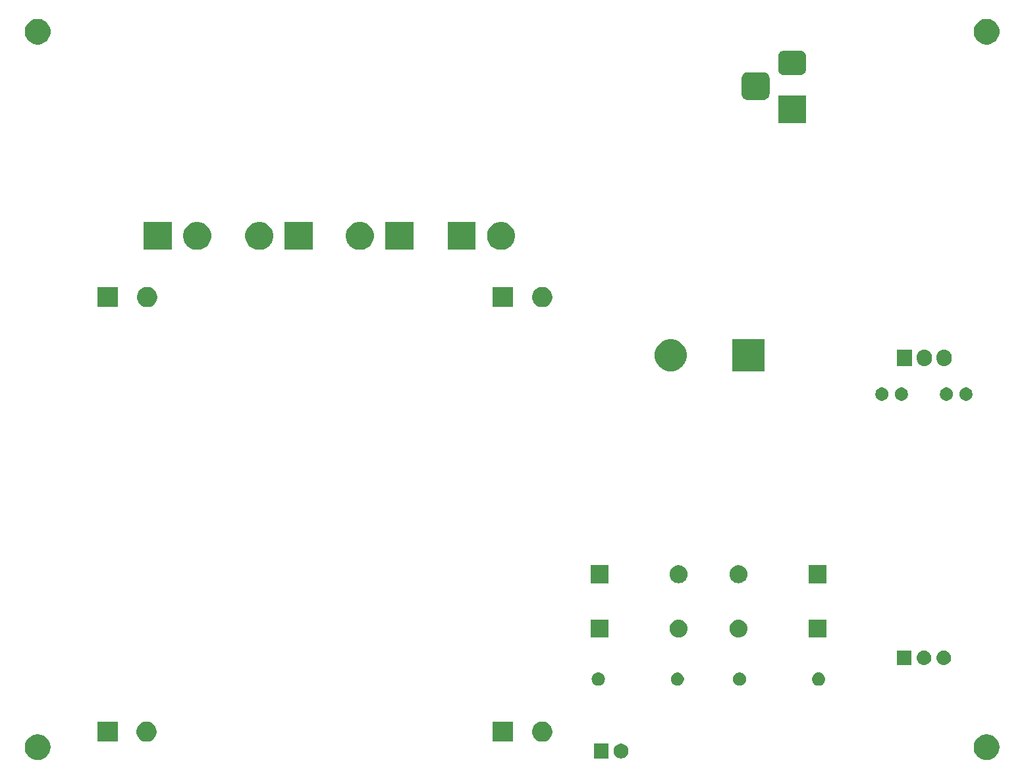
<source format=gbr>
G04 #@! TF.GenerationSoftware,KiCad,Pcbnew,(5.1.2)-1*
G04 #@! TF.CreationDate,2019-05-06T21:39:49-07:00*
G04 #@! TF.ProjectId,12v1a_psu,31327631-615f-4707-9375-2e6b69636164,rev?*
G04 #@! TF.SameCoordinates,Original*
G04 #@! TF.FileFunction,Soldermask,Bot*
G04 #@! TF.FilePolarity,Negative*
%FSLAX46Y46*%
G04 Gerber Fmt 4.6, Leading zero omitted, Abs format (unit mm)*
G04 Created by KiCad (PCBNEW (5.1.2)-1) date 2019-05-06 21:39:49*
%MOMM*%
%LPD*%
G04 APERTURE LIST*
%ADD10C,0.100000*%
G04 APERTURE END LIST*
D10*
G36*
X205315878Y-140379487D02*
G01*
X205481579Y-140412447D01*
X205782042Y-140536903D01*
X206052451Y-140717585D01*
X206282415Y-140947549D01*
X206463097Y-141217958D01*
X206587553Y-141518421D01*
X206600905Y-141585546D01*
X206651000Y-141837389D01*
X206651000Y-142162611D01*
X206639066Y-142222605D01*
X206587553Y-142481579D01*
X206499550Y-142694037D01*
X206465022Y-142777396D01*
X206463097Y-142782042D01*
X206282415Y-143052451D01*
X206052451Y-143282415D01*
X205782042Y-143463097D01*
X205481579Y-143587553D01*
X205375256Y-143608702D01*
X205162611Y-143651000D01*
X204837389Y-143651000D01*
X204624744Y-143608702D01*
X204518421Y-143587553D01*
X204217958Y-143463097D01*
X203947549Y-143282415D01*
X203717585Y-143052451D01*
X203536903Y-142782042D01*
X203534979Y-142777396D01*
X203500450Y-142694037D01*
X203412447Y-142481579D01*
X203360934Y-142222605D01*
X203349000Y-142162611D01*
X203349000Y-141837389D01*
X203399095Y-141585546D01*
X203412447Y-141518421D01*
X203536903Y-141217958D01*
X203717585Y-140947549D01*
X203947549Y-140717585D01*
X204217958Y-140536903D01*
X204518421Y-140412447D01*
X204684122Y-140379487D01*
X204837389Y-140349000D01*
X205162611Y-140349000D01*
X205315878Y-140379487D01*
X205315878Y-140379487D01*
G37*
G36*
X83315878Y-140379487D02*
G01*
X83481579Y-140412447D01*
X83782042Y-140536903D01*
X84052451Y-140717585D01*
X84282415Y-140947549D01*
X84463097Y-141217958D01*
X84587553Y-141518421D01*
X84600905Y-141585546D01*
X84651000Y-141837389D01*
X84651000Y-142162611D01*
X84639066Y-142222605D01*
X84587553Y-142481579D01*
X84499550Y-142694037D01*
X84465022Y-142777396D01*
X84463097Y-142782042D01*
X84282415Y-143052451D01*
X84052451Y-143282415D01*
X83782042Y-143463097D01*
X83481579Y-143587553D01*
X83375256Y-143608702D01*
X83162611Y-143651000D01*
X82837389Y-143651000D01*
X82624744Y-143608702D01*
X82518421Y-143587553D01*
X82217958Y-143463097D01*
X81947549Y-143282415D01*
X81717585Y-143052451D01*
X81536903Y-142782042D01*
X81534979Y-142777396D01*
X81500450Y-142694037D01*
X81412447Y-142481579D01*
X81360934Y-142222605D01*
X81349000Y-142162611D01*
X81349000Y-141837389D01*
X81399095Y-141585546D01*
X81412447Y-141518421D01*
X81536903Y-141217958D01*
X81717585Y-140947549D01*
X81947549Y-140717585D01*
X82217958Y-140536903D01*
X82518421Y-140412447D01*
X82684122Y-140379487D01*
X82837389Y-140349000D01*
X83162611Y-140349000D01*
X83315878Y-140379487D01*
X83315878Y-140379487D01*
G37*
G36*
X156411000Y-143451000D02*
G01*
X154509000Y-143451000D01*
X154509000Y-141549000D01*
X156411000Y-141549000D01*
X156411000Y-143451000D01*
X156411000Y-143451000D01*
G37*
G36*
X158277395Y-141585546D02*
G01*
X158450466Y-141657234D01*
X158450467Y-141657235D01*
X158606227Y-141761310D01*
X158738690Y-141893773D01*
X158738691Y-141893775D01*
X158842766Y-142049534D01*
X158914454Y-142222605D01*
X158951000Y-142406333D01*
X158951000Y-142593667D01*
X158914454Y-142777395D01*
X158842766Y-142950466D01*
X158842765Y-142950467D01*
X158738690Y-143106227D01*
X158606227Y-143238690D01*
X158540788Y-143282415D01*
X158450466Y-143342766D01*
X158277395Y-143414454D01*
X158093667Y-143451000D01*
X157906333Y-143451000D01*
X157722605Y-143414454D01*
X157549534Y-143342766D01*
X157459212Y-143282415D01*
X157393773Y-143238690D01*
X157261310Y-143106227D01*
X157157235Y-142950467D01*
X157157234Y-142950466D01*
X157085546Y-142777395D01*
X157049000Y-142593667D01*
X157049000Y-142406333D01*
X157085546Y-142222605D01*
X157157234Y-142049534D01*
X157261309Y-141893775D01*
X157261310Y-141893773D01*
X157393773Y-141761310D01*
X157549533Y-141657235D01*
X157549534Y-141657234D01*
X157722605Y-141585546D01*
X157906333Y-141549000D01*
X158093667Y-141549000D01*
X158277395Y-141585546D01*
X158277395Y-141585546D01*
G37*
G36*
X148259487Y-138748996D02*
G01*
X148496253Y-138847068D01*
X148496255Y-138847069D01*
X148709339Y-138989447D01*
X148890553Y-139170661D01*
X149032932Y-139383747D01*
X149131004Y-139620513D01*
X149181000Y-139871861D01*
X149181000Y-140128139D01*
X149131004Y-140379487D01*
X149117351Y-140412447D01*
X149032931Y-140616255D01*
X148890553Y-140829339D01*
X148709339Y-141010553D01*
X148496255Y-141152931D01*
X148496254Y-141152932D01*
X148496253Y-141152932D01*
X148259487Y-141251004D01*
X148008139Y-141301000D01*
X147751861Y-141301000D01*
X147500513Y-141251004D01*
X147263747Y-141152932D01*
X147263746Y-141152932D01*
X147263745Y-141152931D01*
X147050661Y-141010553D01*
X146869447Y-140829339D01*
X146727069Y-140616255D01*
X146642649Y-140412447D01*
X146628996Y-140379487D01*
X146579000Y-140128139D01*
X146579000Y-139871861D01*
X146628996Y-139620513D01*
X146727068Y-139383747D01*
X146869447Y-139170661D01*
X147050661Y-138989447D01*
X147263745Y-138847069D01*
X147263747Y-138847068D01*
X147500513Y-138748996D01*
X147751861Y-138699000D01*
X148008139Y-138699000D01*
X148259487Y-138748996D01*
X148259487Y-138748996D01*
G37*
G36*
X93301000Y-141301000D02*
G01*
X90699000Y-141301000D01*
X90699000Y-138699000D01*
X93301000Y-138699000D01*
X93301000Y-141301000D01*
X93301000Y-141301000D01*
G37*
G36*
X97379487Y-138748996D02*
G01*
X97616253Y-138847068D01*
X97616255Y-138847069D01*
X97829339Y-138989447D01*
X98010553Y-139170661D01*
X98152932Y-139383747D01*
X98251004Y-139620513D01*
X98301000Y-139871861D01*
X98301000Y-140128139D01*
X98251004Y-140379487D01*
X98237351Y-140412447D01*
X98152931Y-140616255D01*
X98010553Y-140829339D01*
X97829339Y-141010553D01*
X97616255Y-141152931D01*
X97616254Y-141152932D01*
X97616253Y-141152932D01*
X97379487Y-141251004D01*
X97128139Y-141301000D01*
X96871861Y-141301000D01*
X96620513Y-141251004D01*
X96383747Y-141152932D01*
X96383746Y-141152932D01*
X96383745Y-141152931D01*
X96170661Y-141010553D01*
X95989447Y-140829339D01*
X95847069Y-140616255D01*
X95762649Y-140412447D01*
X95748996Y-140379487D01*
X95699000Y-140128139D01*
X95699000Y-139871861D01*
X95748996Y-139620513D01*
X95847068Y-139383747D01*
X95989447Y-139170661D01*
X96170661Y-138989447D01*
X96383745Y-138847069D01*
X96383747Y-138847068D01*
X96620513Y-138748996D01*
X96871861Y-138699000D01*
X97128139Y-138699000D01*
X97379487Y-138748996D01*
X97379487Y-138748996D01*
G37*
G36*
X144101000Y-141301000D02*
G01*
X141499000Y-141301000D01*
X141499000Y-138699000D01*
X144101000Y-138699000D01*
X144101000Y-141301000D01*
X144101000Y-141301000D01*
G37*
G36*
X155256823Y-132411313D02*
G01*
X155417242Y-132459976D01*
X155484361Y-132495852D01*
X155565078Y-132538996D01*
X155694659Y-132645341D01*
X155801004Y-132774922D01*
X155801005Y-132774924D01*
X155880024Y-132922758D01*
X155928687Y-133083177D01*
X155945117Y-133250000D01*
X155928687Y-133416823D01*
X155880024Y-133577242D01*
X155839477Y-133653100D01*
X155801004Y-133725078D01*
X155694659Y-133854659D01*
X155565078Y-133961004D01*
X155565076Y-133961005D01*
X155417242Y-134040024D01*
X155256823Y-134088687D01*
X155131804Y-134101000D01*
X155048196Y-134101000D01*
X154923177Y-134088687D01*
X154762758Y-134040024D01*
X154614924Y-133961005D01*
X154614922Y-133961004D01*
X154485341Y-133854659D01*
X154378996Y-133725078D01*
X154340523Y-133653100D01*
X154299976Y-133577242D01*
X154251313Y-133416823D01*
X154234883Y-133250000D01*
X154251313Y-133083177D01*
X154299976Y-132922758D01*
X154378995Y-132774924D01*
X154378996Y-132774922D01*
X154485341Y-132645341D01*
X154614922Y-132538996D01*
X154695639Y-132495852D01*
X154762758Y-132459976D01*
X154923177Y-132411313D01*
X155048196Y-132399000D01*
X155131804Y-132399000D01*
X155256823Y-132411313D01*
X155256823Y-132411313D01*
G37*
G36*
X165498228Y-132431703D02*
G01*
X165653100Y-132495853D01*
X165792481Y-132588985D01*
X165911015Y-132707519D01*
X166004147Y-132846900D01*
X166068297Y-133001772D01*
X166101000Y-133166184D01*
X166101000Y-133333816D01*
X166068297Y-133498228D01*
X166004147Y-133653100D01*
X165911015Y-133792481D01*
X165792481Y-133911015D01*
X165653100Y-134004147D01*
X165498228Y-134068297D01*
X165333816Y-134101000D01*
X165166184Y-134101000D01*
X165001772Y-134068297D01*
X164846900Y-134004147D01*
X164707519Y-133911015D01*
X164588985Y-133792481D01*
X164495853Y-133653100D01*
X164431703Y-133498228D01*
X164399000Y-133333816D01*
X164399000Y-133166184D01*
X164431703Y-133001772D01*
X164495853Y-132846900D01*
X164588985Y-132707519D01*
X164707519Y-132588985D01*
X164846900Y-132495853D01*
X165001772Y-132431703D01*
X165166184Y-132399000D01*
X165333816Y-132399000D01*
X165498228Y-132431703D01*
X165498228Y-132431703D01*
G37*
G36*
X183576823Y-132411313D02*
G01*
X183737242Y-132459976D01*
X183804361Y-132495852D01*
X183885078Y-132538996D01*
X184014659Y-132645341D01*
X184121004Y-132774922D01*
X184121005Y-132774924D01*
X184200024Y-132922758D01*
X184248687Y-133083177D01*
X184265117Y-133250000D01*
X184248687Y-133416823D01*
X184200024Y-133577242D01*
X184159477Y-133653100D01*
X184121004Y-133725078D01*
X184014659Y-133854659D01*
X183885078Y-133961004D01*
X183885076Y-133961005D01*
X183737242Y-134040024D01*
X183576823Y-134088687D01*
X183451804Y-134101000D01*
X183368196Y-134101000D01*
X183243177Y-134088687D01*
X183082758Y-134040024D01*
X182934924Y-133961005D01*
X182934922Y-133961004D01*
X182805341Y-133854659D01*
X182698996Y-133725078D01*
X182660523Y-133653100D01*
X182619976Y-133577242D01*
X182571313Y-133416823D01*
X182554883Y-133250000D01*
X182571313Y-133083177D01*
X182619976Y-132922758D01*
X182698995Y-132774924D01*
X182698996Y-132774922D01*
X182805341Y-132645341D01*
X182934922Y-132538996D01*
X183015639Y-132495852D01*
X183082758Y-132459976D01*
X183243177Y-132411313D01*
X183368196Y-132399000D01*
X183451804Y-132399000D01*
X183576823Y-132411313D01*
X183576823Y-132411313D01*
G37*
G36*
X173498228Y-132431703D02*
G01*
X173653100Y-132495853D01*
X173792481Y-132588985D01*
X173911015Y-132707519D01*
X174004147Y-132846900D01*
X174068297Y-133001772D01*
X174101000Y-133166184D01*
X174101000Y-133333816D01*
X174068297Y-133498228D01*
X174004147Y-133653100D01*
X173911015Y-133792481D01*
X173792481Y-133911015D01*
X173653100Y-134004147D01*
X173498228Y-134068297D01*
X173333816Y-134101000D01*
X173166184Y-134101000D01*
X173001772Y-134068297D01*
X172846900Y-134004147D01*
X172707519Y-133911015D01*
X172588985Y-133792481D01*
X172495853Y-133653100D01*
X172431703Y-133498228D01*
X172399000Y-133333816D01*
X172399000Y-133166184D01*
X172431703Y-133001772D01*
X172495853Y-132846900D01*
X172588985Y-132707519D01*
X172707519Y-132588985D01*
X172846900Y-132495853D01*
X173001772Y-132431703D01*
X173166184Y-132399000D01*
X173333816Y-132399000D01*
X173498228Y-132431703D01*
X173498228Y-132431703D01*
G37*
G36*
X197146425Y-129562760D02*
G01*
X197146428Y-129562761D01*
X197146429Y-129562761D01*
X197325693Y-129617140D01*
X197325696Y-129617142D01*
X197325697Y-129617142D01*
X197490903Y-129705446D01*
X197635712Y-129824288D01*
X197754554Y-129969097D01*
X197842858Y-130134303D01*
X197842860Y-130134307D01*
X197897239Y-130313571D01*
X197897240Y-130313575D01*
X197915601Y-130500000D01*
X197897240Y-130686425D01*
X197897239Y-130686428D01*
X197897239Y-130686429D01*
X197842860Y-130865693D01*
X197842858Y-130865696D01*
X197842858Y-130865697D01*
X197754554Y-131030903D01*
X197635712Y-131175712D01*
X197490903Y-131294554D01*
X197325697Y-131382858D01*
X197325693Y-131382860D01*
X197146429Y-131437239D01*
X197146428Y-131437239D01*
X197146425Y-131437240D01*
X197006718Y-131451000D01*
X196913282Y-131451000D01*
X196773575Y-131437240D01*
X196773572Y-131437239D01*
X196773571Y-131437239D01*
X196594307Y-131382860D01*
X196594303Y-131382858D01*
X196429097Y-131294554D01*
X196284288Y-131175712D01*
X196165446Y-131030903D01*
X196077142Y-130865697D01*
X196077142Y-130865696D01*
X196077140Y-130865693D01*
X196022761Y-130686429D01*
X196022761Y-130686428D01*
X196022760Y-130686425D01*
X196004399Y-130500000D01*
X196022760Y-130313575D01*
X196022761Y-130313571D01*
X196077140Y-130134307D01*
X196077142Y-130134303D01*
X196165446Y-129969097D01*
X196284288Y-129824288D01*
X196429097Y-129705446D01*
X196594303Y-129617142D01*
X196594304Y-129617142D01*
X196594307Y-129617140D01*
X196773571Y-129562761D01*
X196773572Y-129562761D01*
X196773575Y-129562760D01*
X196913282Y-129549000D01*
X197006718Y-129549000D01*
X197146425Y-129562760D01*
X197146425Y-129562760D01*
G37*
G36*
X199686425Y-129562760D02*
G01*
X199686428Y-129562761D01*
X199686429Y-129562761D01*
X199865693Y-129617140D01*
X199865696Y-129617142D01*
X199865697Y-129617142D01*
X200030903Y-129705446D01*
X200175712Y-129824288D01*
X200294554Y-129969097D01*
X200382858Y-130134303D01*
X200382860Y-130134307D01*
X200437239Y-130313571D01*
X200437240Y-130313575D01*
X200455601Y-130500000D01*
X200437240Y-130686425D01*
X200437239Y-130686428D01*
X200437239Y-130686429D01*
X200382860Y-130865693D01*
X200382858Y-130865696D01*
X200382858Y-130865697D01*
X200294554Y-131030903D01*
X200175712Y-131175712D01*
X200030903Y-131294554D01*
X199865697Y-131382858D01*
X199865693Y-131382860D01*
X199686429Y-131437239D01*
X199686428Y-131437239D01*
X199686425Y-131437240D01*
X199546718Y-131451000D01*
X199453282Y-131451000D01*
X199313575Y-131437240D01*
X199313572Y-131437239D01*
X199313571Y-131437239D01*
X199134307Y-131382860D01*
X199134303Y-131382858D01*
X198969097Y-131294554D01*
X198824288Y-131175712D01*
X198705446Y-131030903D01*
X198617142Y-130865697D01*
X198617142Y-130865696D01*
X198617140Y-130865693D01*
X198562761Y-130686429D01*
X198562761Y-130686428D01*
X198562760Y-130686425D01*
X198544399Y-130500000D01*
X198562760Y-130313575D01*
X198562761Y-130313571D01*
X198617140Y-130134307D01*
X198617142Y-130134303D01*
X198705446Y-129969097D01*
X198824288Y-129824288D01*
X198969097Y-129705446D01*
X199134303Y-129617142D01*
X199134304Y-129617142D01*
X199134307Y-129617140D01*
X199313571Y-129562761D01*
X199313572Y-129562761D01*
X199313575Y-129562760D01*
X199453282Y-129549000D01*
X199546718Y-129549000D01*
X199686425Y-129562760D01*
X199686425Y-129562760D01*
G37*
G36*
X195371000Y-131451000D02*
G01*
X193469000Y-131451000D01*
X193469000Y-129549000D01*
X195371000Y-129549000D01*
X195371000Y-131451000D01*
X195371000Y-131451000D01*
G37*
G36*
X156401000Y-127901000D02*
G01*
X154099000Y-127901000D01*
X154099000Y-125599000D01*
X156401000Y-125599000D01*
X156401000Y-127901000D01*
X156401000Y-127901000D01*
G37*
G36*
X165579271Y-125610103D02*
G01*
X165635635Y-125615654D01*
X165852600Y-125681470D01*
X165852602Y-125681471D01*
X166052555Y-125788347D01*
X166227818Y-125932182D01*
X166371653Y-126107445D01*
X166478529Y-126307398D01*
X166544346Y-126524366D01*
X166566569Y-126750000D01*
X166544346Y-126975634D01*
X166478529Y-127192602D01*
X166371653Y-127392555D01*
X166227818Y-127567818D01*
X166052555Y-127711653D01*
X165852602Y-127818529D01*
X165852600Y-127818530D01*
X165635635Y-127884346D01*
X165579271Y-127889897D01*
X165466545Y-127901000D01*
X165353455Y-127901000D01*
X165240729Y-127889897D01*
X165184365Y-127884346D01*
X164967400Y-127818530D01*
X164967398Y-127818529D01*
X164767445Y-127711653D01*
X164592182Y-127567818D01*
X164448347Y-127392555D01*
X164341471Y-127192602D01*
X164275654Y-126975634D01*
X164253431Y-126750000D01*
X164275654Y-126524366D01*
X164341471Y-126307398D01*
X164448347Y-126107445D01*
X164592182Y-125932182D01*
X164767445Y-125788347D01*
X164967398Y-125681471D01*
X164967400Y-125681470D01*
X165184365Y-125615654D01*
X165240729Y-125610103D01*
X165353455Y-125599000D01*
X165466545Y-125599000D01*
X165579271Y-125610103D01*
X165579271Y-125610103D01*
G37*
G36*
X173259271Y-125610103D02*
G01*
X173315635Y-125615654D01*
X173532600Y-125681470D01*
X173532602Y-125681471D01*
X173732555Y-125788347D01*
X173907818Y-125932182D01*
X174051653Y-126107445D01*
X174158529Y-126307398D01*
X174224346Y-126524366D01*
X174246569Y-126750000D01*
X174224346Y-126975634D01*
X174158529Y-127192602D01*
X174051653Y-127392555D01*
X173907818Y-127567818D01*
X173732555Y-127711653D01*
X173532602Y-127818529D01*
X173532600Y-127818530D01*
X173315635Y-127884346D01*
X173259271Y-127889897D01*
X173146545Y-127901000D01*
X173033455Y-127901000D01*
X172920729Y-127889897D01*
X172864365Y-127884346D01*
X172647400Y-127818530D01*
X172647398Y-127818529D01*
X172447445Y-127711653D01*
X172272182Y-127567818D01*
X172128347Y-127392555D01*
X172021471Y-127192602D01*
X171955654Y-126975634D01*
X171933431Y-126750000D01*
X171955654Y-126524366D01*
X172021471Y-126307398D01*
X172128347Y-126107445D01*
X172272182Y-125932182D01*
X172447445Y-125788347D01*
X172647398Y-125681471D01*
X172647400Y-125681470D01*
X172864365Y-125615654D01*
X172920729Y-125610103D01*
X173033455Y-125599000D01*
X173146545Y-125599000D01*
X173259271Y-125610103D01*
X173259271Y-125610103D01*
G37*
G36*
X184401000Y-127901000D02*
G01*
X182099000Y-127901000D01*
X182099000Y-125599000D01*
X184401000Y-125599000D01*
X184401000Y-127901000D01*
X184401000Y-127901000D01*
G37*
G36*
X165579271Y-118610103D02*
G01*
X165635635Y-118615654D01*
X165852600Y-118681470D01*
X165852602Y-118681471D01*
X166052555Y-118788347D01*
X166227818Y-118932182D01*
X166371653Y-119107445D01*
X166478529Y-119307398D01*
X166544346Y-119524366D01*
X166566569Y-119750000D01*
X166544346Y-119975634D01*
X166478529Y-120192602D01*
X166371653Y-120392555D01*
X166227818Y-120567818D01*
X166052555Y-120711653D01*
X165852602Y-120818529D01*
X165852600Y-120818530D01*
X165635635Y-120884346D01*
X165579271Y-120889897D01*
X165466545Y-120901000D01*
X165353455Y-120901000D01*
X165240729Y-120889897D01*
X165184365Y-120884346D01*
X164967400Y-120818530D01*
X164967398Y-120818529D01*
X164767445Y-120711653D01*
X164592182Y-120567818D01*
X164448347Y-120392555D01*
X164341471Y-120192602D01*
X164275654Y-119975634D01*
X164253431Y-119750000D01*
X164275654Y-119524366D01*
X164341471Y-119307398D01*
X164448347Y-119107445D01*
X164592182Y-118932182D01*
X164767445Y-118788347D01*
X164967398Y-118681471D01*
X164967400Y-118681470D01*
X165184365Y-118615654D01*
X165240729Y-118610103D01*
X165353455Y-118599000D01*
X165466545Y-118599000D01*
X165579271Y-118610103D01*
X165579271Y-118610103D01*
G37*
G36*
X173259271Y-118610103D02*
G01*
X173315635Y-118615654D01*
X173532600Y-118681470D01*
X173532602Y-118681471D01*
X173732555Y-118788347D01*
X173907818Y-118932182D01*
X174051653Y-119107445D01*
X174158529Y-119307398D01*
X174224346Y-119524366D01*
X174246569Y-119750000D01*
X174224346Y-119975634D01*
X174158529Y-120192602D01*
X174051653Y-120392555D01*
X173907818Y-120567818D01*
X173732555Y-120711653D01*
X173532602Y-120818529D01*
X173532600Y-120818530D01*
X173315635Y-120884346D01*
X173259271Y-120889897D01*
X173146545Y-120901000D01*
X173033455Y-120901000D01*
X172920729Y-120889897D01*
X172864365Y-120884346D01*
X172647400Y-120818530D01*
X172647398Y-120818529D01*
X172447445Y-120711653D01*
X172272182Y-120567818D01*
X172128347Y-120392555D01*
X172021471Y-120192602D01*
X171955654Y-119975634D01*
X171933431Y-119750000D01*
X171955654Y-119524366D01*
X172021471Y-119307398D01*
X172128347Y-119107445D01*
X172272182Y-118932182D01*
X172447445Y-118788347D01*
X172647398Y-118681471D01*
X172647400Y-118681470D01*
X172864365Y-118615654D01*
X172920729Y-118610103D01*
X173033455Y-118599000D01*
X173146545Y-118599000D01*
X173259271Y-118610103D01*
X173259271Y-118610103D01*
G37*
G36*
X156401000Y-120901000D02*
G01*
X154099000Y-120901000D01*
X154099000Y-118599000D01*
X156401000Y-118599000D01*
X156401000Y-120901000D01*
X156401000Y-120901000D01*
G37*
G36*
X184401000Y-120901000D02*
G01*
X182099000Y-120901000D01*
X182099000Y-118599000D01*
X184401000Y-118599000D01*
X184401000Y-120901000D01*
X184401000Y-120901000D01*
G37*
G36*
X194298228Y-95781703D02*
G01*
X194453100Y-95845853D01*
X194592481Y-95938985D01*
X194711015Y-96057519D01*
X194804147Y-96196900D01*
X194868297Y-96351772D01*
X194901000Y-96516184D01*
X194901000Y-96683816D01*
X194868297Y-96848228D01*
X194804147Y-97003100D01*
X194711015Y-97142481D01*
X194592481Y-97261015D01*
X194453100Y-97354147D01*
X194298228Y-97418297D01*
X194133816Y-97451000D01*
X193966184Y-97451000D01*
X193801772Y-97418297D01*
X193646900Y-97354147D01*
X193507519Y-97261015D01*
X193388985Y-97142481D01*
X193295853Y-97003100D01*
X193231703Y-96848228D01*
X193199000Y-96683816D01*
X193199000Y-96516184D01*
X193231703Y-96351772D01*
X193295853Y-96196900D01*
X193388985Y-96057519D01*
X193507519Y-95938985D01*
X193646900Y-95845853D01*
X193801772Y-95781703D01*
X193966184Y-95749000D01*
X194133816Y-95749000D01*
X194298228Y-95781703D01*
X194298228Y-95781703D01*
G37*
G36*
X202598228Y-95781703D02*
G01*
X202753100Y-95845853D01*
X202892481Y-95938985D01*
X203011015Y-96057519D01*
X203104147Y-96196900D01*
X203168297Y-96351772D01*
X203201000Y-96516184D01*
X203201000Y-96683816D01*
X203168297Y-96848228D01*
X203104147Y-97003100D01*
X203011015Y-97142481D01*
X202892481Y-97261015D01*
X202753100Y-97354147D01*
X202598228Y-97418297D01*
X202433816Y-97451000D01*
X202266184Y-97451000D01*
X202101772Y-97418297D01*
X201946900Y-97354147D01*
X201807519Y-97261015D01*
X201688985Y-97142481D01*
X201595853Y-97003100D01*
X201531703Y-96848228D01*
X201499000Y-96683816D01*
X201499000Y-96516184D01*
X201531703Y-96351772D01*
X201595853Y-96196900D01*
X201688985Y-96057519D01*
X201807519Y-95938985D01*
X201946900Y-95845853D01*
X202101772Y-95781703D01*
X202266184Y-95749000D01*
X202433816Y-95749000D01*
X202598228Y-95781703D01*
X202598228Y-95781703D01*
G37*
G36*
X191798228Y-95781703D02*
G01*
X191953100Y-95845853D01*
X192092481Y-95938985D01*
X192211015Y-96057519D01*
X192304147Y-96196900D01*
X192368297Y-96351772D01*
X192401000Y-96516184D01*
X192401000Y-96683816D01*
X192368297Y-96848228D01*
X192304147Y-97003100D01*
X192211015Y-97142481D01*
X192092481Y-97261015D01*
X191953100Y-97354147D01*
X191798228Y-97418297D01*
X191633816Y-97451000D01*
X191466184Y-97451000D01*
X191301772Y-97418297D01*
X191146900Y-97354147D01*
X191007519Y-97261015D01*
X190888985Y-97142481D01*
X190795853Y-97003100D01*
X190731703Y-96848228D01*
X190699000Y-96683816D01*
X190699000Y-96516184D01*
X190731703Y-96351772D01*
X190795853Y-96196900D01*
X190888985Y-96057519D01*
X191007519Y-95938985D01*
X191146900Y-95845853D01*
X191301772Y-95781703D01*
X191466184Y-95749000D01*
X191633816Y-95749000D01*
X191798228Y-95781703D01*
X191798228Y-95781703D01*
G37*
G36*
X200098228Y-95781703D02*
G01*
X200253100Y-95845853D01*
X200392481Y-95938985D01*
X200511015Y-96057519D01*
X200604147Y-96196900D01*
X200668297Y-96351772D01*
X200701000Y-96516184D01*
X200701000Y-96683816D01*
X200668297Y-96848228D01*
X200604147Y-97003100D01*
X200511015Y-97142481D01*
X200392481Y-97261015D01*
X200253100Y-97354147D01*
X200098228Y-97418297D01*
X199933816Y-97451000D01*
X199766184Y-97451000D01*
X199601772Y-97418297D01*
X199446900Y-97354147D01*
X199307519Y-97261015D01*
X199188985Y-97142481D01*
X199095853Y-97003100D01*
X199031703Y-96848228D01*
X198999000Y-96683816D01*
X198999000Y-96516184D01*
X199031703Y-96351772D01*
X199095853Y-96196900D01*
X199188985Y-96057519D01*
X199307519Y-95938985D01*
X199446900Y-95845853D01*
X199601772Y-95781703D01*
X199766184Y-95749000D01*
X199933816Y-95749000D01*
X200098228Y-95781703D01*
X200098228Y-95781703D01*
G37*
G36*
X164998254Y-89627818D02*
G01*
X165371511Y-89782426D01*
X165371513Y-89782427D01*
X165707436Y-90006884D01*
X165993116Y-90292564D01*
X166217574Y-90628489D01*
X166372182Y-91001746D01*
X166451000Y-91397993D01*
X166451000Y-91802007D01*
X166372182Y-92198254D01*
X166303784Y-92363381D01*
X166217573Y-92571513D01*
X165993116Y-92907436D01*
X165707436Y-93193116D01*
X165371513Y-93417573D01*
X165371512Y-93417574D01*
X165371511Y-93417574D01*
X164998254Y-93572182D01*
X164602007Y-93651000D01*
X164197993Y-93651000D01*
X163801746Y-93572182D01*
X163428489Y-93417574D01*
X163428488Y-93417574D01*
X163428487Y-93417573D01*
X163092564Y-93193116D01*
X162806884Y-92907436D01*
X162582427Y-92571513D01*
X162496216Y-92363381D01*
X162427818Y-92198254D01*
X162349000Y-91802007D01*
X162349000Y-91397993D01*
X162427818Y-91001746D01*
X162582426Y-90628489D01*
X162806884Y-90292564D01*
X163092564Y-90006884D01*
X163428487Y-89782427D01*
X163428489Y-89782426D01*
X163801746Y-89627818D01*
X164197993Y-89549000D01*
X164602007Y-89549000D01*
X164998254Y-89627818D01*
X164998254Y-89627818D01*
G37*
G36*
X176451000Y-93651000D02*
G01*
X172349000Y-93651000D01*
X172349000Y-89549000D01*
X176451000Y-89549000D01*
X176451000Y-93651000D01*
X176451000Y-93651000D01*
G37*
G36*
X197192588Y-90893520D02*
G01*
X197381749Y-90950901D01*
X197381752Y-90950902D01*
X197474202Y-91000318D01*
X197556081Y-91044083D01*
X197708884Y-91169485D01*
X197834286Y-91322288D01*
X197927468Y-91496619D01*
X197984849Y-91685780D01*
X197999369Y-91833206D01*
X197999369Y-92026793D01*
X197984849Y-92174219D01*
X197927468Y-92363380D01*
X197927467Y-92363383D01*
X197878051Y-92455833D01*
X197834286Y-92537712D01*
X197708884Y-92690515D01*
X197556081Y-92815917D01*
X197381750Y-92909099D01*
X197192589Y-92966480D01*
X196995869Y-92985855D01*
X196799150Y-92966480D01*
X196609989Y-92909099D01*
X196435657Y-92815917D01*
X196282854Y-92690515D01*
X196157452Y-92537712D01*
X196064270Y-92363381D01*
X196006889Y-92174220D01*
X195992369Y-92026794D01*
X195992369Y-91833207D01*
X196006889Y-91685781D01*
X196064270Y-91496620D01*
X196064271Y-91496617D01*
X196113687Y-91404167D01*
X196157452Y-91322288D01*
X196282854Y-91169485D01*
X196435657Y-91044083D01*
X196609988Y-90950901D01*
X196799149Y-90893520D01*
X196995869Y-90874145D01*
X197192588Y-90893520D01*
X197192588Y-90893520D01*
G37*
G36*
X199732588Y-90893520D02*
G01*
X199921749Y-90950901D01*
X199921752Y-90950902D01*
X200014202Y-91000318D01*
X200096081Y-91044083D01*
X200248884Y-91169485D01*
X200374286Y-91322288D01*
X200467468Y-91496619D01*
X200524849Y-91685780D01*
X200539369Y-91833206D01*
X200539369Y-92026793D01*
X200524849Y-92174219D01*
X200467468Y-92363380D01*
X200467467Y-92363383D01*
X200418051Y-92455833D01*
X200374286Y-92537712D01*
X200248884Y-92690515D01*
X200096081Y-92815917D01*
X199921750Y-92909099D01*
X199732589Y-92966480D01*
X199535869Y-92985855D01*
X199339150Y-92966480D01*
X199149989Y-92909099D01*
X198975657Y-92815917D01*
X198822854Y-92690515D01*
X198697452Y-92537712D01*
X198604270Y-92363381D01*
X198546889Y-92174220D01*
X198532369Y-92026794D01*
X198532369Y-91833207D01*
X198546889Y-91685781D01*
X198604270Y-91496620D01*
X198604271Y-91496617D01*
X198653687Y-91404167D01*
X198697452Y-91322288D01*
X198822854Y-91169485D01*
X198975657Y-91044083D01*
X199149988Y-90950901D01*
X199339149Y-90893520D01*
X199535869Y-90874145D01*
X199732588Y-90893520D01*
X199732588Y-90893520D01*
G37*
G36*
X195459369Y-92981000D02*
G01*
X193452369Y-92981000D01*
X193452369Y-90879000D01*
X195459369Y-90879000D01*
X195459369Y-92981000D01*
X195459369Y-92981000D01*
G37*
G36*
X93301000Y-85421000D02*
G01*
X90699000Y-85421000D01*
X90699000Y-82819000D01*
X93301000Y-82819000D01*
X93301000Y-85421000D01*
X93301000Y-85421000D01*
G37*
G36*
X148259487Y-82868996D02*
G01*
X148496253Y-82967068D01*
X148496255Y-82967069D01*
X148709339Y-83109447D01*
X148890553Y-83290661D01*
X149032932Y-83503747D01*
X149131004Y-83740513D01*
X149181000Y-83991861D01*
X149181000Y-84248139D01*
X149131004Y-84499487D01*
X149032932Y-84736253D01*
X149032931Y-84736255D01*
X148890553Y-84949339D01*
X148709339Y-85130553D01*
X148496255Y-85272931D01*
X148496254Y-85272932D01*
X148496253Y-85272932D01*
X148259487Y-85371004D01*
X148008139Y-85421000D01*
X147751861Y-85421000D01*
X147500513Y-85371004D01*
X147263747Y-85272932D01*
X147263746Y-85272932D01*
X147263745Y-85272931D01*
X147050661Y-85130553D01*
X146869447Y-84949339D01*
X146727069Y-84736255D01*
X146727068Y-84736253D01*
X146628996Y-84499487D01*
X146579000Y-84248139D01*
X146579000Y-83991861D01*
X146628996Y-83740513D01*
X146727068Y-83503747D01*
X146869447Y-83290661D01*
X147050661Y-83109447D01*
X147263745Y-82967069D01*
X147263747Y-82967068D01*
X147500513Y-82868996D01*
X147751861Y-82819000D01*
X148008139Y-82819000D01*
X148259487Y-82868996D01*
X148259487Y-82868996D01*
G37*
G36*
X144101000Y-85421000D02*
G01*
X141499000Y-85421000D01*
X141499000Y-82819000D01*
X144101000Y-82819000D01*
X144101000Y-85421000D01*
X144101000Y-85421000D01*
G37*
G36*
X97459487Y-82868996D02*
G01*
X97696253Y-82967068D01*
X97696255Y-82967069D01*
X97909339Y-83109447D01*
X98090553Y-83290661D01*
X98232932Y-83503747D01*
X98331004Y-83740513D01*
X98381000Y-83991861D01*
X98381000Y-84248139D01*
X98331004Y-84499487D01*
X98232932Y-84736253D01*
X98232931Y-84736255D01*
X98090553Y-84949339D01*
X97909339Y-85130553D01*
X97696255Y-85272931D01*
X97696254Y-85272932D01*
X97696253Y-85272932D01*
X97459487Y-85371004D01*
X97208139Y-85421000D01*
X96951861Y-85421000D01*
X96700513Y-85371004D01*
X96463747Y-85272932D01*
X96463746Y-85272932D01*
X96463745Y-85272931D01*
X96250661Y-85130553D01*
X96069447Y-84949339D01*
X95927069Y-84736255D01*
X95927068Y-84736253D01*
X95828996Y-84499487D01*
X95779000Y-84248139D01*
X95779000Y-83991861D01*
X95828996Y-83740513D01*
X95927068Y-83503747D01*
X96069447Y-83290661D01*
X96250661Y-83109447D01*
X96463745Y-82967069D01*
X96463747Y-82967068D01*
X96700513Y-82868996D01*
X96951861Y-82819000D01*
X97208139Y-82819000D01*
X97459487Y-82868996D01*
X97459487Y-82868996D01*
G37*
G36*
X111726905Y-74458789D02*
G01*
X112025350Y-74518153D01*
X112353122Y-74653921D01*
X112648109Y-74851025D01*
X112898975Y-75101891D01*
X113096079Y-75396878D01*
X113231847Y-75724650D01*
X113301060Y-76072611D01*
X113301060Y-76427389D01*
X113231847Y-76775350D01*
X113096079Y-77103122D01*
X112898975Y-77398109D01*
X112648109Y-77648975D01*
X112353122Y-77846079D01*
X112025350Y-77981847D01*
X111726905Y-78041211D01*
X111677390Y-78051060D01*
X111322610Y-78051060D01*
X111273095Y-78041211D01*
X110974650Y-77981847D01*
X110646878Y-77846079D01*
X110351891Y-77648975D01*
X110101025Y-77398109D01*
X109903921Y-77103122D01*
X109768153Y-76775350D01*
X109698940Y-76427389D01*
X109698940Y-76072611D01*
X109768153Y-75724650D01*
X109903921Y-75396878D01*
X110101025Y-75101891D01*
X110351891Y-74851025D01*
X110646878Y-74653921D01*
X110974650Y-74518153D01*
X111273095Y-74458789D01*
X111322610Y-74448940D01*
X111677390Y-74448940D01*
X111726905Y-74458789D01*
X111726905Y-74458789D01*
G37*
G36*
X100221060Y-78051060D02*
G01*
X96618940Y-78051060D01*
X96618940Y-74448940D01*
X100221060Y-74448940D01*
X100221060Y-78051060D01*
X100221060Y-78051060D01*
G37*
G36*
X103726905Y-74458789D02*
G01*
X104025350Y-74518153D01*
X104353122Y-74653921D01*
X104648109Y-74851025D01*
X104898975Y-75101891D01*
X105096079Y-75396878D01*
X105231847Y-75724650D01*
X105301060Y-76072611D01*
X105301060Y-76427389D01*
X105231847Y-76775350D01*
X105096079Y-77103122D01*
X104898975Y-77398109D01*
X104648109Y-77648975D01*
X104353122Y-77846079D01*
X104025350Y-77981847D01*
X103726905Y-78041211D01*
X103677390Y-78051060D01*
X103322610Y-78051060D01*
X103273095Y-78041211D01*
X102974650Y-77981847D01*
X102646878Y-77846079D01*
X102351891Y-77648975D01*
X102101025Y-77398109D01*
X101903921Y-77103122D01*
X101768153Y-76775350D01*
X101698940Y-76427389D01*
X101698940Y-76072611D01*
X101768153Y-75724650D01*
X101903921Y-75396878D01*
X102101025Y-75101891D01*
X102351891Y-74851025D01*
X102646878Y-74653921D01*
X102974650Y-74518153D01*
X103273095Y-74458789D01*
X103322610Y-74448940D01*
X103677390Y-74448940D01*
X103726905Y-74458789D01*
X103726905Y-74458789D01*
G37*
G36*
X124646905Y-74458789D02*
G01*
X124945350Y-74518153D01*
X125273122Y-74653921D01*
X125568109Y-74851025D01*
X125818975Y-75101891D01*
X126016079Y-75396878D01*
X126151847Y-75724650D01*
X126221060Y-76072611D01*
X126221060Y-76427389D01*
X126151847Y-76775350D01*
X126016079Y-77103122D01*
X125818975Y-77398109D01*
X125568109Y-77648975D01*
X125273122Y-77846079D01*
X124945350Y-77981847D01*
X124646905Y-78041211D01*
X124597390Y-78051060D01*
X124242610Y-78051060D01*
X124193095Y-78041211D01*
X123894650Y-77981847D01*
X123566878Y-77846079D01*
X123271891Y-77648975D01*
X123021025Y-77398109D01*
X122823921Y-77103122D01*
X122688153Y-76775350D01*
X122618940Y-76427389D01*
X122618940Y-76072611D01*
X122688153Y-75724650D01*
X122823921Y-75396878D01*
X123021025Y-75101891D01*
X123271891Y-74851025D01*
X123566878Y-74653921D01*
X123894650Y-74518153D01*
X124193095Y-74458789D01*
X124242610Y-74448940D01*
X124597390Y-74448940D01*
X124646905Y-74458789D01*
X124646905Y-74458789D01*
G37*
G36*
X131301060Y-78051060D02*
G01*
X127698940Y-78051060D01*
X127698940Y-74448940D01*
X131301060Y-74448940D01*
X131301060Y-78051060D01*
X131301060Y-78051060D01*
G37*
G36*
X139301060Y-78051060D02*
G01*
X135698940Y-78051060D01*
X135698940Y-74448940D01*
X139301060Y-74448940D01*
X139301060Y-78051060D01*
X139301060Y-78051060D01*
G37*
G36*
X142806905Y-74458789D02*
G01*
X143105350Y-74518153D01*
X143433122Y-74653921D01*
X143728109Y-74851025D01*
X143978975Y-75101891D01*
X144176079Y-75396878D01*
X144311847Y-75724650D01*
X144381060Y-76072611D01*
X144381060Y-76427389D01*
X144311847Y-76775350D01*
X144176079Y-77103122D01*
X143978975Y-77398109D01*
X143728109Y-77648975D01*
X143433122Y-77846079D01*
X143105350Y-77981847D01*
X142806905Y-78041211D01*
X142757390Y-78051060D01*
X142402610Y-78051060D01*
X142353095Y-78041211D01*
X142054650Y-77981847D01*
X141726878Y-77846079D01*
X141431891Y-77648975D01*
X141181025Y-77398109D01*
X140983921Y-77103122D01*
X140848153Y-76775350D01*
X140778940Y-76427389D01*
X140778940Y-76072611D01*
X140848153Y-75724650D01*
X140983921Y-75396878D01*
X141181025Y-75101891D01*
X141431891Y-74851025D01*
X141726878Y-74653921D01*
X142054650Y-74518153D01*
X142353095Y-74458789D01*
X142402610Y-74448940D01*
X142757390Y-74448940D01*
X142806905Y-74458789D01*
X142806905Y-74458789D01*
G37*
G36*
X118381060Y-78051060D02*
G01*
X114778940Y-78051060D01*
X114778940Y-74448940D01*
X118381060Y-74448940D01*
X118381060Y-78051060D01*
X118381060Y-78051060D01*
G37*
G36*
X181801000Y-61801000D02*
G01*
X178199000Y-61801000D01*
X178199000Y-58199000D01*
X181801000Y-58199000D01*
X181801000Y-61801000D01*
X181801000Y-61801000D01*
G37*
G36*
X176426366Y-55215695D02*
G01*
X176583460Y-55263349D01*
X176728231Y-55340731D01*
X176855128Y-55444872D01*
X176959269Y-55571769D01*
X177036651Y-55716540D01*
X177084305Y-55873634D01*
X177101000Y-56043140D01*
X177101000Y-57956860D01*
X177084305Y-58126366D01*
X177036651Y-58283460D01*
X176959269Y-58428231D01*
X176855128Y-58555128D01*
X176728231Y-58659269D01*
X176583460Y-58736651D01*
X176426366Y-58784305D01*
X176256860Y-58801000D01*
X174343140Y-58801000D01*
X174173634Y-58784305D01*
X174016540Y-58736651D01*
X173871769Y-58659269D01*
X173744872Y-58555128D01*
X173640731Y-58428231D01*
X173563349Y-58283460D01*
X173515695Y-58126366D01*
X173499000Y-57956860D01*
X173499000Y-56043140D01*
X173515695Y-55873634D01*
X173563349Y-55716540D01*
X173640731Y-55571769D01*
X173744872Y-55444872D01*
X173871769Y-55340731D01*
X174016540Y-55263349D01*
X174173634Y-55215695D01*
X174343140Y-55199000D01*
X176256860Y-55199000D01*
X176426366Y-55215695D01*
X176426366Y-55215695D01*
G37*
G36*
X181226979Y-52463293D02*
G01*
X181360625Y-52503834D01*
X181483784Y-52569664D01*
X181591740Y-52658260D01*
X181680336Y-52766216D01*
X181746166Y-52889375D01*
X181786707Y-53023021D01*
X181801000Y-53168140D01*
X181801000Y-54831860D01*
X181786707Y-54976979D01*
X181746166Y-55110625D01*
X181680336Y-55233784D01*
X181591740Y-55341740D01*
X181483784Y-55430336D01*
X181360625Y-55496166D01*
X181226979Y-55536707D01*
X181081860Y-55551000D01*
X178918140Y-55551000D01*
X178773021Y-55536707D01*
X178639375Y-55496166D01*
X178516216Y-55430336D01*
X178408260Y-55341740D01*
X178319664Y-55233784D01*
X178253834Y-55110625D01*
X178213293Y-54976979D01*
X178199000Y-54831860D01*
X178199000Y-53168140D01*
X178213293Y-53023021D01*
X178253834Y-52889375D01*
X178319664Y-52766216D01*
X178408260Y-52658260D01*
X178516216Y-52569664D01*
X178639375Y-52503834D01*
X178773021Y-52463293D01*
X178918140Y-52449000D01*
X181081860Y-52449000D01*
X181226979Y-52463293D01*
X181226979Y-52463293D01*
G37*
G36*
X205375256Y-48391298D02*
G01*
X205481579Y-48412447D01*
X205782042Y-48536903D01*
X206052451Y-48717585D01*
X206282415Y-48947549D01*
X206463097Y-49217958D01*
X206587553Y-49518421D01*
X206651000Y-49837391D01*
X206651000Y-50162609D01*
X206587553Y-50481579D01*
X206463097Y-50782042D01*
X206282415Y-51052451D01*
X206052451Y-51282415D01*
X205782042Y-51463097D01*
X205481579Y-51587553D01*
X205375256Y-51608702D01*
X205162611Y-51651000D01*
X204837389Y-51651000D01*
X204624744Y-51608702D01*
X204518421Y-51587553D01*
X204217958Y-51463097D01*
X203947549Y-51282415D01*
X203717585Y-51052451D01*
X203536903Y-50782042D01*
X203412447Y-50481579D01*
X203349000Y-50162609D01*
X203349000Y-49837391D01*
X203412447Y-49518421D01*
X203536903Y-49217958D01*
X203717585Y-48947549D01*
X203947549Y-48717585D01*
X204217958Y-48536903D01*
X204518421Y-48412447D01*
X204624744Y-48391298D01*
X204837389Y-48349000D01*
X205162611Y-48349000D01*
X205375256Y-48391298D01*
X205375256Y-48391298D01*
G37*
G36*
X83375256Y-48391298D02*
G01*
X83481579Y-48412447D01*
X83782042Y-48536903D01*
X84052451Y-48717585D01*
X84282415Y-48947549D01*
X84463097Y-49217958D01*
X84587553Y-49518421D01*
X84651000Y-49837391D01*
X84651000Y-50162609D01*
X84587553Y-50481579D01*
X84463097Y-50782042D01*
X84282415Y-51052451D01*
X84052451Y-51282415D01*
X83782042Y-51463097D01*
X83481579Y-51587553D01*
X83375256Y-51608702D01*
X83162611Y-51651000D01*
X82837389Y-51651000D01*
X82624744Y-51608702D01*
X82518421Y-51587553D01*
X82217958Y-51463097D01*
X81947549Y-51282415D01*
X81717585Y-51052451D01*
X81536903Y-50782042D01*
X81412447Y-50481579D01*
X81349000Y-50162609D01*
X81349000Y-49837391D01*
X81412447Y-49518421D01*
X81536903Y-49217958D01*
X81717585Y-48947549D01*
X81947549Y-48717585D01*
X82217958Y-48536903D01*
X82518421Y-48412447D01*
X82624744Y-48391298D01*
X82837389Y-48349000D01*
X83162611Y-48349000D01*
X83375256Y-48391298D01*
X83375256Y-48391298D01*
G37*
M02*

</source>
